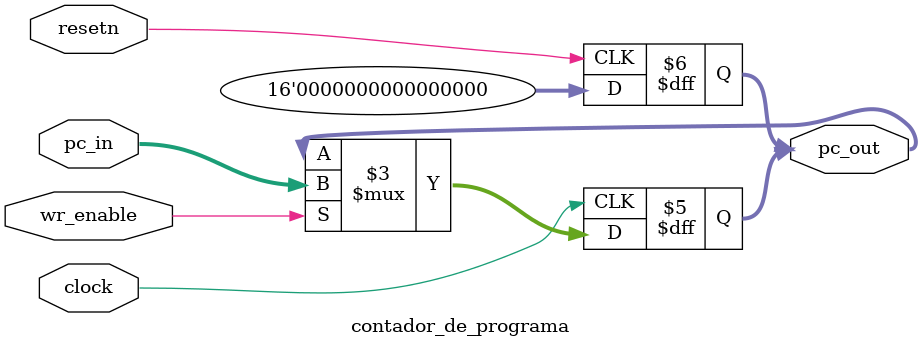
<source format=v>
module contador_de_programa(
    input             wr_enable,
    input      [15:0] pc_in,
    input             resetn,
    input             clock,
    output reg [15:0] pc_out
);

always @ (negedge resetn)
    pc_out <= 16'h0000;

always @ (posedge clock)
    if(wr_enable)
        pc_out <= pc_in;

endmodule
</source>
